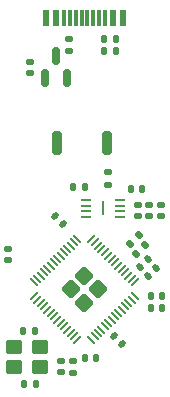
<source format=gbr>
%TF.GenerationSoftware,KiCad,Pcbnew,9.0.5*%
%TF.CreationDate,2025-12-10T19:07:17-06:00*%
%TF.ProjectId,KBoardV1,4b426f61-7264-4563-912e-6b696361645f,rev?*%
%TF.SameCoordinates,Original*%
%TF.FileFunction,Paste,Top*%
%TF.FilePolarity,Positive*%
%FSLAX46Y46*%
G04 Gerber Fmt 4.6, Leading zero omitted, Abs format (unit mm)*
G04 Created by KiCad (PCBNEW 9.0.5) date 2025-12-10 19:07:17*
%MOMM*%
%LPD*%
G01*
G04 APERTURE LIST*
G04 Aperture macros list*
%AMRoundRect*
0 Rectangle with rounded corners*
0 $1 Rounding radius*
0 $2 $3 $4 $5 $6 $7 $8 $9 X,Y pos of 4 corners*
0 Add a 4 corners polygon primitive as box body*
4,1,4,$2,$3,$4,$5,$6,$7,$8,$9,$2,$3,0*
0 Add four circle primitives for the rounded corners*
1,1,$1+$1,$2,$3*
1,1,$1+$1,$4,$5*
1,1,$1+$1,$6,$7*
1,1,$1+$1,$8,$9*
0 Add four rect primitives between the rounded corners*
20,1,$1+$1,$2,$3,$4,$5,0*
20,1,$1+$1,$4,$5,$6,$7,0*
20,1,$1+$1,$6,$7,$8,$9,0*
20,1,$1+$1,$8,$9,$2,$3,0*%
G04 Aperture macros list end*
%ADD10R,0.600000X1.450000*%
%ADD11R,0.300000X1.450000*%
%ADD12RoundRect,0.140000X-0.219203X-0.021213X-0.021213X-0.219203X0.219203X0.021213X0.021213X0.219203X0*%
%ADD13RoundRect,0.140000X-0.140000X-0.170000X0.140000X-0.170000X0.140000X0.170000X-0.140000X0.170000X0*%
%ADD14RoundRect,0.140000X-0.170000X0.140000X-0.170000X-0.140000X0.170000X-0.140000X0.170000X0.140000X0*%
%ADD15RoundRect,0.140000X0.021213X-0.219203X0.219203X-0.021213X-0.021213X0.219203X-0.219203X0.021213X0*%
%ADD16RoundRect,0.140000X0.219203X0.021213X0.021213X0.219203X-0.219203X-0.021213X-0.021213X-0.219203X0*%
%ADD17RoundRect,0.140000X0.170000X-0.140000X0.170000X0.140000X-0.170000X0.140000X-0.170000X-0.140000X0*%
%ADD18RoundRect,0.135000X-0.135000X-0.185000X0.135000X-0.185000X0.135000X0.185000X-0.135000X0.185000X0*%
%ADD19RoundRect,0.135000X-0.185000X0.135000X-0.185000X-0.135000X0.185000X-0.135000X0.185000X0.135000X0*%
%ADD20RoundRect,0.250000X0.450000X0.350000X-0.450000X0.350000X-0.450000X-0.350000X0.450000X-0.350000X0*%
%ADD21RoundRect,0.150000X0.150000X-0.587500X0.150000X0.587500X-0.150000X0.587500X-0.150000X-0.587500X0*%
%ADD22RoundRect,0.135000X-0.035355X0.226274X-0.226274X0.035355X0.035355X-0.226274X0.226274X-0.035355X0*%
%ADD23RoundRect,0.135000X0.035355X-0.226274X0.226274X-0.035355X-0.035355X0.226274X-0.226274X0.035355X0*%
%ADD24RoundRect,0.249999X-0.558616X0.000000X0.000000X-0.558616X0.558616X0.000000X0.000000X0.558616X0*%
%ADD25RoundRect,0.050000X-0.309359X0.238649X0.238649X-0.309359X0.309359X-0.238649X-0.238649X0.309359X0*%
%ADD26RoundRect,0.050000X-0.309359X-0.238649X-0.238649X-0.309359X0.309359X0.238649X0.238649X0.309359X0*%
%ADD27RoundRect,0.140000X0.140000X0.170000X-0.140000X0.170000X-0.140000X-0.170000X0.140000X-0.170000X0*%
%ADD28RoundRect,0.040000X-0.040000X-0.605000X0.040000X-0.605000X0.040000X0.605000X-0.040000X0.605000X0*%
%ADD29RoundRect,0.062500X-0.387500X-0.062500X0.387500X-0.062500X0.387500X0.062500X-0.387500X0.062500X0*%
%ADD30RoundRect,0.200000X-0.200000X-0.800000X0.200000X-0.800000X0.200000X0.800000X-0.200000X0.800000X0*%
G04 APERTURE END LIST*
D10*
%TO.C,J1*%
X67950000Y-31035000D03*
X67150000Y-31035000D03*
D11*
X66450000Y-31035000D03*
X65450000Y-31035000D03*
X63950000Y-31035000D03*
X62950000Y-31035000D03*
D10*
X62250000Y-31035000D03*
X61450000Y-31035000D03*
X61450000Y-31035000D03*
X62250000Y-31035000D03*
D11*
X63450000Y-31035000D03*
X64450000Y-31035000D03*
X64950000Y-31035000D03*
X65950000Y-31035000D03*
D10*
X67150000Y-31035000D03*
X67950000Y-31035000D03*
%TD*%
D12*
%TO.C,C5*%
X67221178Y-57921178D03*
X67900000Y-58600000D03*
%TD*%
D13*
%TO.C,C10*%
X64720000Y-59800000D03*
X65680000Y-59800000D03*
%TD*%
D14*
%TO.C,C13*%
X60100000Y-34740000D03*
X60100000Y-35700000D03*
%TD*%
D15*
%TO.C,C17*%
X70060589Y-52839411D03*
X70739411Y-52160589D03*
%TD*%
D16*
%TO.C,C3*%
X62900000Y-48500000D03*
X62221178Y-47821178D03*
%TD*%
D17*
%TO.C,C6*%
X58200000Y-51530000D03*
X58200000Y-50570000D03*
%TD*%
D14*
%TO.C,C2*%
X63700000Y-60100000D03*
X63700000Y-61060000D03*
%TD*%
D13*
%TO.C,C8*%
X70340000Y-55600000D03*
X71300000Y-55600000D03*
%TD*%
D18*
%TO.C,R1*%
X66380000Y-32800000D03*
X67400000Y-32800000D03*
%TD*%
D17*
%TO.C,C4*%
X70200000Y-47800000D03*
X70200000Y-46840000D03*
%TD*%
D13*
%TO.C,C7*%
X68600000Y-45500000D03*
X69560000Y-45500000D03*
%TD*%
D19*
%TO.C,R7*%
X66700000Y-44100000D03*
X66700000Y-45120000D03*
%TD*%
D17*
%TO.C,C1*%
X71200000Y-47800000D03*
X71200000Y-46840000D03*
%TD*%
D20*
%TO.C,Y1*%
X60900000Y-58900000D03*
X58700000Y-58900000D03*
X58700000Y-60600000D03*
X60900000Y-60600000D03*
%TD*%
D21*
%TO.C,U2*%
X61350000Y-36137500D03*
X63250000Y-36137500D03*
X62300000Y-34262500D03*
%TD*%
D17*
%TO.C,C16*%
X62700000Y-61000000D03*
X62700000Y-60040000D03*
%TD*%
D18*
%TO.C,R5*%
X59480002Y-57500000D03*
X60500000Y-57500000D03*
%TD*%
%TO.C,R6*%
X63690000Y-45300000D03*
X64710000Y-45300000D03*
%TD*%
D22*
%TO.C,R4*%
X69821248Y-50278752D03*
X69100000Y-51000000D03*
%TD*%
D23*
%TO.C,R3*%
X68578752Y-50121248D03*
X69300000Y-49400000D03*
%TD*%
D17*
%TO.C,C12*%
X69200000Y-47820000D03*
X69200000Y-46860000D03*
%TD*%
D15*
%TO.C,C11*%
X69360589Y-52139411D03*
X70039411Y-51460589D03*
%TD*%
D17*
%TO.C,C14*%
X63400000Y-33780000D03*
X63400000Y-32820000D03*
%TD*%
D24*
%TO.C,U1*%
X64699999Y-52868629D03*
X63568629Y-54000001D03*
X65831371Y-53999999D03*
X64700001Y-55131371D03*
D25*
X64107798Y-49730843D03*
X63824955Y-50013686D03*
X63542113Y-50296528D03*
X63259270Y-50579371D03*
X62976427Y-50862213D03*
X62693584Y-51145056D03*
X62410741Y-51427900D03*
X62127899Y-51710742D03*
X61845057Y-51993585D03*
X61562214Y-52276427D03*
X61279371Y-52559270D03*
X60996528Y-52842112D03*
X60713686Y-53124955D03*
X60430843Y-53407798D03*
D26*
X60430843Y-54592202D03*
X60713686Y-54875045D03*
X60996528Y-55157887D03*
X61279371Y-55440730D03*
X61562213Y-55723573D03*
X61845056Y-56006416D03*
X62127900Y-56289259D03*
X62410742Y-56572101D03*
X62693585Y-56854943D03*
X62976427Y-57137786D03*
X63259270Y-57420629D03*
X63542112Y-57703472D03*
X63824955Y-57986314D03*
X64107798Y-58269157D03*
D25*
X65292202Y-58269157D03*
X65575045Y-57986314D03*
X65857887Y-57703472D03*
X66140730Y-57420629D03*
X66423573Y-57137787D03*
X66706416Y-56854944D03*
X66989259Y-56572100D03*
X67272101Y-56289258D03*
X67554943Y-56006415D03*
X67837786Y-55723573D03*
X68120629Y-55440730D03*
X68403472Y-55157888D03*
X68686314Y-54875045D03*
X68969157Y-54592202D03*
D26*
X68969157Y-53407798D03*
X68686314Y-53124955D03*
X68403472Y-52842113D03*
X68120629Y-52559270D03*
X67837787Y-52276427D03*
X67554944Y-51993584D03*
X67272100Y-51710741D03*
X66989258Y-51427899D03*
X66706415Y-51145057D03*
X66423573Y-50862214D03*
X66140730Y-50579371D03*
X65857888Y-50296528D03*
X65575045Y-50013686D03*
X65292202Y-49730843D03*
%TD*%
D13*
%TO.C,C9*%
X70340000Y-54600000D03*
X71300000Y-54600000D03*
%TD*%
D27*
%TO.C,C15*%
X60580000Y-62000000D03*
X59620000Y-62000000D03*
%TD*%
D18*
%TO.C,R2*%
X66380000Y-33800000D03*
X67400000Y-33800000D03*
%TD*%
D28*
%TO.C,U3*%
X66275000Y-47150000D03*
D29*
X64850000Y-46400000D03*
X64850000Y-46900000D03*
X64850000Y-47400000D03*
X64850000Y-47900000D03*
X67700000Y-47900000D03*
X67700000Y-47400000D03*
X67700000Y-46900000D03*
X67700000Y-46400000D03*
%TD*%
D30*
%TO.C,SW1*%
X62400000Y-41600000D03*
X66600000Y-41600000D03*
%TD*%
M02*

</source>
